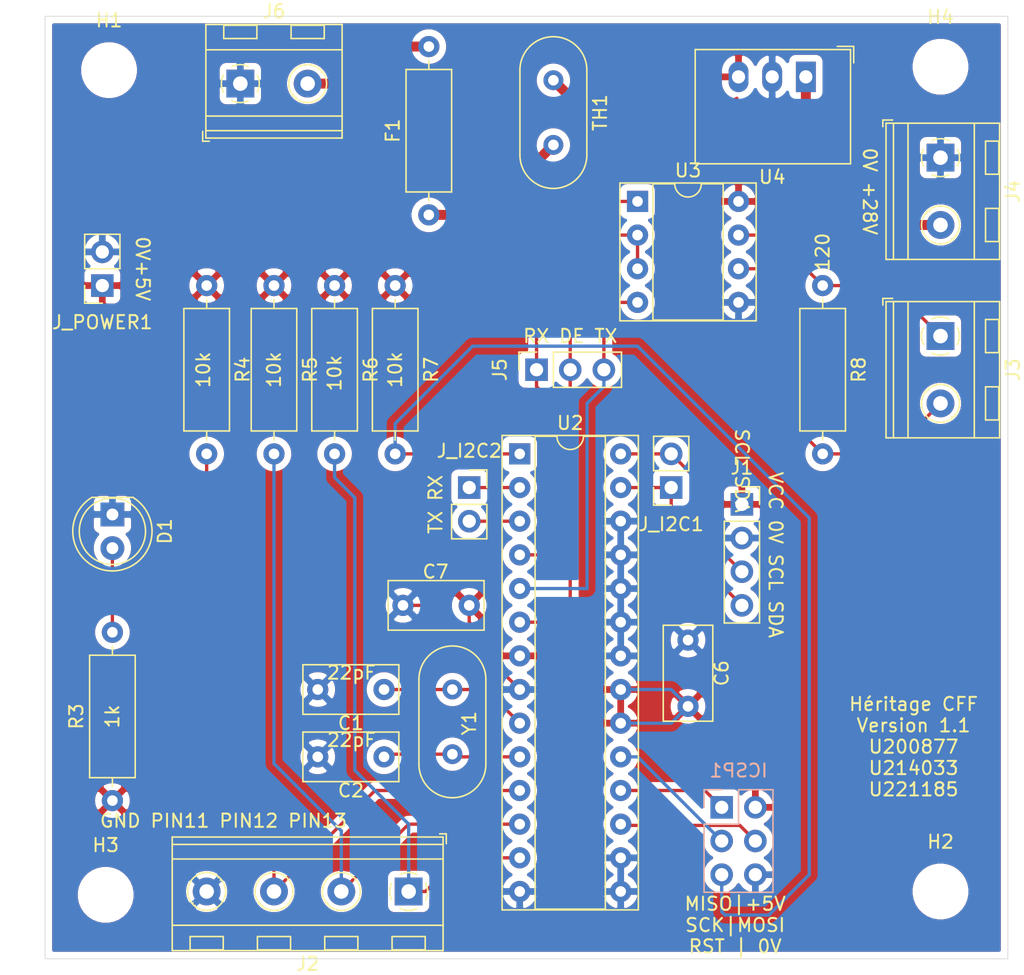
<source format=kicad_pcb>
(kicad_pcb (version 20171130) (host pcbnew "(5.1.6)-1")
  (layers (0 F.Cu signal) (31 B.Cu signal) (34 B.Paste user) (35 F.Paste user) (36 B.SilkS user) (37 F.SilkS user) (38 B.Mask user) (39 F.Mask user) (44 Edge.Cuts user))
  (net 0 "")
  (net 1 "Net-(C1-Pad2)")
  (net 2 GND)
  (net 3 "Net-(C2-Pad2)")
  (net 4 +28V)
  (net 5 +5V)
  (net 6 "Net-(D1-Pad2)")
  (net 7 /SCL)
  (net 8 /SDA)
  (net 9 "Net-(J3-Pad2)")
  (net 10 "Net-(J3-Pad1)")
  (net 11 /TXDE)
  (net 12 /RS485RX)
  (net 13 /RS485TX)
  (net 14 /PIN11)
  (net 15 /PIN12)
  (net 16 /PIN13)
  (net 17 "Net-(ICSP1-Pad5)")
  (net 18 /MOSI)
  (net 19 /SCK)
  (net 20 /MISO)
  (net 21 /TXD)
  (net 22 /RXD)
  (net 23 "Net-(F1-Pad1)")
  (net 24 /NTC)
  (module Quartz:Crystal_HC49-4H_Vertical (layer F.Cu) (at 100.33 108.966 270)
    (fp_text reference TH1 (at 2.44 -3.525 90) (layer F.SilkS))
    (fp_text value Thermistor_NTC)
    (fp_arc (start 5.64 0) (end 5.64 -2.525) (angle 180) (layer F.SilkS) (width 0.12))
    (fp_arc (start -0.76 0) (end -0.76 -2.525) (angle -180) (layer F.SilkS) (width 0.12))
    (fp_line (start -0.76 -2.525) (end 5.64 -2.525) (layer F.SilkS) (width 0.12))
    (fp_line (start -0.76 2.525) (end 5.64 2.525) (layer F.SilkS) (width 0.12))
    (pad 2 thru_hole circle (at 4.88 0 270) (size 1.5 1.5) (drill 0.8) (layers *.Cu *.Mask) (net 23 "Net-(F1-Pad1)"))
    (pad 1 thru_hole circle (at 0 0 270) (size 1.5 1.5) (drill 0.8) (layers *.Cu *.Mask) (net 24 /NTC))
  )
  (module Resistor:R_Axial_DIN0309_L9.0mm_D3.2mm_P12.70mm_Horizontal (layer F.Cu) (at 90.932 119.126 90)
    (fp_text reference F1 (at 6.35 -2.72 90) (layer F.SilkS))
    (fp_text value Fuse)
    (fp_line (start 1.73 -1.72) (end 1.73 1.72) (layer F.SilkS) (width 0.12))
    (fp_line (start 1.73 1.72) (end 10.97 1.72) (layer F.SilkS) (width 0.12))
    (fp_line (start 10.97 1.72) (end 10.97 -1.72) (layer F.SilkS) (width 0.12))
    (fp_line (start 10.97 -1.72) (end 1.73 -1.72) (layer F.SilkS) (width 0.12))
    (fp_line (start 1.04 0) (end 1.73 0) (layer F.SilkS) (width 0.12))
    (fp_line (start 11.66 0) (end 10.97 0) (layer F.SilkS) (width 0.12))
    (pad 2 thru_hole oval (at 12.7 0 90) (size 1.6 1.6) (drill 0.8) (layers *.Cu *.Mask) (net 4 +28V))
    (pad 1 thru_hole circle (at 0 0 90) (size 1.6 1.6) (drill 0.8) (layers *.Cu *.Mask) (net 23 "Net-(F1-Pad1)"))
  )
  (module ATMEGA:DIP-8_W7.62mm_Socket (layer F.Cu) (at 106.68 118.11)
    (fp_text reference U3 (at 3.81 -2.33) (layer F.SilkS))
    (fp_text value MAX485E)
    (fp_line (start 8.95 -1.39) (end -1.33 -1.39) (layer F.SilkS) (width 0.12))
    (fp_line (start 8.95 9.01) (end 8.95 -1.39) (layer F.SilkS) (width 0.12))
    (fp_line (start -1.33 9.01) (end 8.95 9.01) (layer F.SilkS) (width 0.12))
    (fp_line (start -1.33 -1.39) (end -1.33 9.01) (layer F.SilkS) (width 0.12))
    (fp_line (start 6.46 -1.33) (end 4.81 -1.33) (layer F.SilkS) (width 0.12))
    (fp_line (start 6.46 8.95) (end 6.46 -1.33) (layer F.SilkS) (width 0.12))
    (fp_line (start 1.16 8.95) (end 6.46 8.95) (layer F.SilkS) (width 0.12))
    (fp_line (start 1.16 -1.33) (end 1.16 8.95) (layer F.SilkS) (width 0.12))
    (fp_line (start 2.81 -1.33) (end 1.16 -1.33) (layer F.SilkS) (width 0.12))
    (fp_arc (start 3.81 -1.33) (end 2.81 -1.33) (angle -180) (layer F.SilkS) (width 0.12))
    (pad 8 thru_hole oval (at 7.62 0) (size 1.6 1.6) (drill 0.8) (layers *.Cu *.Mask) (net 5 +5V))
    (pad 4 thru_hole oval (at 0 7.62) (size 1.6 1.6) (drill 0.8) (layers *.Cu *.Mask) (net 13 /RS485TX))
    (pad 7 thru_hole oval (at 7.62 2.54) (size 1.6 1.6) (drill 0.8) (layers *.Cu *.Mask) (net 10 "Net-(J3-Pad1)"))
    (pad 3 thru_hole oval (at 0 5.08) (size 1.6 1.6) (drill 0.8) (layers *.Cu *.Mask) (net 11 /TXDE))
    (pad 6 thru_hole oval (at 7.62 5.08) (size 1.6 1.6) (drill 0.8) (layers *.Cu *.Mask) (net 9 "Net-(J3-Pad2)"))
    (pad 2 thru_hole oval (at 0 2.54) (size 1.6 1.6) (drill 0.8) (layers *.Cu *.Mask) (net 11 /TXDE))
    (pad 5 thru_hole oval (at 7.62 7.62) (size 1.6 1.6) (drill 0.8) (layers *.Cu *.Mask) (net 2 GND))
    (pad 1 thru_hole rect (at 0 0) (size 1.6 1.6) (drill 0.8) (layers *.Cu *.Mask) (net 12 /RS485RX))
  )
  (module TerminalBlock_RND:TerminalBlock_RND_205-00232_1x02_P5.08mm_Horizontal (layer F.Cu) (at 76.708 109.22)
    (fp_text reference J6 (at 2.54 -5.46) (layer F.SilkS))
    (fp_text value Screw_Terminal_01x02)
    (fp_circle (center 5.08 0) (end 6.51 0) (layer F.SilkS) (width 0.12))
    (fp_line (start -2.6 3.55) (end 7.68 3.55) (layer F.SilkS) (width 0.12))
    (fp_line (start -2.6 2.45) (end 7.68 2.45) (layer F.SilkS) (width 0.12))
    (fp_line (start -2.6 -2.55) (end 7.68 -2.55) (layer F.SilkS) (width 0.12))
    (fp_line (start -2.6 -4.46) (end 7.68 -4.46) (layer F.SilkS) (width 0.12))
    (fp_line (start -2.6 4.11) (end 7.68 4.11) (layer F.SilkS) (width 0.12))
    (fp_line (start -2.6 -4.46) (end -2.6 4.11) (layer F.SilkS) (width 0.12))
    (fp_line (start 7.68 -4.46) (end 7.68 4.11) (layer F.SilkS) (width 0.12))
    (fp_line (start -1.25 -4.4) (end 1.25 -4.4) (layer F.SilkS) (width 0.12))
    (fp_line (start -1.25 -3.4) (end 1.25 -3.4) (layer F.SilkS) (width 0.12))
    (fp_line (start -1.25 -4.4) (end -1.25 -3.4) (layer F.SilkS) (width 0.12))
    (fp_line (start 1.25 -4.4) (end 1.25 -3.4) (layer F.SilkS) (width 0.12))
    (fp_line (start 6.165 -0.91) (end 6.105 -0.851) (layer F.SilkS) (width 0.12))
    (fp_line (start 4.21 1.045) (end 4.17 1.085) (layer F.SilkS) (width 0.12))
    (fp_line (start 5.991 -1.085) (end 5.951 -1.045) (layer F.SilkS) (width 0.12))
    (fp_line (start 4.056 0.85) (end 3.996 0.91) (layer F.SilkS) (width 0.12))
    (fp_line (start 3.83 -4.4) (end 6.33 -4.4) (layer F.SilkS) (width 0.12))
    (fp_line (start 3.83 -3.4) (end 6.33 -3.4) (layer F.SilkS) (width 0.12))
    (fp_line (start 3.83 -4.4) (end 3.83 -3.4) (layer F.SilkS) (width 0.12))
    (fp_line (start 6.33 -4.4) (end 6.33 -3.4) (layer F.SilkS) (width 0.12))
    (fp_line (start -2.84 3.61) (end -2.84 4.35) (layer F.SilkS) (width 0.12))
    (fp_line (start -2.84 4.35) (end -2.34 4.35) (layer F.SilkS) (width 0.12))
    (fp_arc (start 0 0) (end -0.628 1.286) (angle -27) (layer F.SilkS) (width 0.12))
    (fp_arc (start 0 0) (end -1.286 -0.628) (angle -52) (layer F.SilkS) (width 0.12))
    (fp_arc (start 0 0) (end 0.627 -1.286) (angle -52) (layer F.SilkS) (width 0.12))
    (fp_arc (start 0 0) (end 1.286 0.627) (angle -52) (layer F.SilkS) (width 0.12))
    (fp_arc (start 0 0) (end 0 1.43) (angle -26) (layer F.SilkS) (width 0.12))
    (pad 2 thru_hole circle (at 5.08 0) (size 2.1 2.1) (drill 1.1) (layers *.Cu *.Mask) (net 4 +28V))
    (pad 1 thru_hole rect (at 0 0) (size 2.1 2.1) (drill 1.1) (layers *.Cu *.Mask) (net 2 GND))
  )
  (module Resistor:R_Axial_DIN0309_L9.0mm_D3.2mm_P12.70mm_Horizontal (layer F.Cu) (at 67.056 163.322 90)
    (fp_text reference R3 (at 6.35 -2.72 270) (layer F.SilkS))
    (fp_text value 1K)
    (fp_line (start 11.66 0) (end 10.97 0) (layer F.SilkS) (width 0.12))
    (fp_line (start 1.04 0) (end 1.73 0) (layer F.SilkS) (width 0.12))
    (fp_line (start 10.97 -1.72) (end 1.73 -1.72) (layer F.SilkS) (width 0.12))
    (fp_line (start 10.97 1.72) (end 10.97 -1.72) (layer F.SilkS) (width 0.12))
    (fp_line (start 1.73 1.72) (end 10.97 1.72) (layer F.SilkS) (width 0.12))
    (fp_line (start 1.73 -1.72) (end 1.73 1.72) (layer F.SilkS) (width 0.12))
    (pad 1 thru_hole circle (at 0 0 90) (size 1.6 1.6) (drill 0.8) (layers *.Cu *.Mask) (net 5 +5V))
    (pad 2 thru_hole oval (at 12.7 0 90) (size 1.6 1.6) (drill 0.8) (layers *.Cu *.Mask) (net 6 "Net-(D1-Pad2)"))
  )
  (module LED:LED_D5.0mm_Clear (layer F.Cu) (at 67.056 141.732 270)
    (fp_text reference D1 (at 1.27 -3.96 90) (layer F.SilkS))
    (fp_text value "Power LED")
    (fp_circle (center 1.27 0) (end 3.77 0) (layer F.SilkS) (width 0.12))
    (fp_line (start -1.29 -1.545) (end -1.29 1.545) (layer F.SilkS) (width 0.12))
    (fp_arc (start 1.27 0) (end -1.29 1.54483) (angle -148.9) (layer F.SilkS) (width 0.12))
    (fp_arc (start 1.27 0) (end -1.29 -1.54483) (angle 148.9) (layer F.SilkS) (width 0.12))
    (pad 2 thru_hole circle (at 2.54 0 270) (size 1.8 1.8) (drill 0.9) (layers *.Cu *.Mask) (net 6 "Net-(D1-Pad2)"))
    (pad 1 thru_hole rect (at 0 0 270) (size 1.8 1.8) (drill 0.9) (layers *.Cu *.Mask) (net 2 GND))
  )
  (module "Connector THT:PinSocket_1x04_P2.54mm_Vertical" (layer F.Cu) (at 114.554 140.97)
    (fp_text reference J1 (at 0 -2.77 180) (layer F.SilkS))
    (fp_text value Conn_01x04_Female)
    (fp_line (start 0 -1.33) (end 1.33 -1.33) (layer F.SilkS) (width 0.12))
    (fp_line (start 1.33 -1.33) (end 1.33 0) (layer F.SilkS) (width 0.12))
    (fp_line (start 1.33 1.27) (end 1.33 8.95) (layer F.SilkS) (width 0.12))
    (fp_line (start -1.33 8.95) (end 1.33 8.95) (layer F.SilkS) (width 0.12))
    (fp_line (start -1.33 1.27) (end -1.33 8.95) (layer F.SilkS) (width 0.12))
    (fp_line (start -1.33 1.27) (end 1.33 1.27) (layer F.SilkS) (width 0.12))
    (pad 4 thru_hole oval (at 0 7.62) (size 1.7 1.7) (drill 1) (layers *.Cu *.Mask) (net 8 /SDA))
    (pad 3 thru_hole oval (at 0 5.08) (size 1.7 1.7) (drill 1) (layers *.Cu *.Mask) (net 7 /SCL))
    (pad 2 thru_hole oval (at 0 2.54) (size 1.7 1.7) (drill 1) (layers *.Cu *.Mask) (net 2 GND))
    (pad 1 thru_hole rect (at 0 0) (size 1.7 1.7) (drill 1) (layers *.Cu *.Mask) (net 5 +5V))
  )
  (module Resistor:R_Axial_DIN0309_L9.0mm_D3.2mm_P12.70mm_Horizontal (layer F.Cu) (at 74.168 124.46 270)
    (fp_text reference R4 (at 6.35 -2.72 90) (layer F.SilkS))
    (fp_text value 10k)
    (fp_line (start 1.73 -1.72) (end 1.73 1.72) (layer F.SilkS) (width 0.12))
    (fp_line (start 1.73 1.72) (end 10.97 1.72) (layer F.SilkS) (width 0.12))
    (fp_line (start 10.97 1.72) (end 10.97 -1.72) (layer F.SilkS) (width 0.12))
    (fp_line (start 10.97 -1.72) (end 1.73 -1.72) (layer F.SilkS) (width 0.12))
    (fp_line (start 1.04 0) (end 1.73 0) (layer F.SilkS) (width 0.12))
    (fp_line (start 11.66 0) (end 10.97 0) (layer F.SilkS) (width 0.12))
    (pad 2 thru_hole oval (at 12.7 0 270) (size 1.6 1.6) (drill 0.8) (layers *.Cu *.Mask) (net 14 /PIN11))
    (pad 1 thru_hole circle (at 0 0 270) (size 1.6 1.6) (drill 0.8) (layers *.Cu *.Mask) (net 5 +5V))
  )
  (module Resistor:R_Axial_DIN0309_L9.0mm_D3.2mm_P12.70mm_Horizontal (layer F.Cu) (at 83.82 124.46 270)
    (fp_text reference R6 (at 6.35 -2.72 90) (layer F.SilkS))
    (fp_text value 10k)
    (fp_line (start 1.73 -1.72) (end 1.73 1.72) (layer F.SilkS) (width 0.12))
    (fp_line (start 1.73 1.72) (end 10.97 1.72) (layer F.SilkS) (width 0.12))
    (fp_line (start 10.97 1.72) (end 10.97 -1.72) (layer F.SilkS) (width 0.12))
    (fp_line (start 10.97 -1.72) (end 1.73 -1.72) (layer F.SilkS) (width 0.12))
    (fp_line (start 1.04 0) (end 1.73 0) (layer F.SilkS) (width 0.12))
    (fp_line (start 11.66 0) (end 10.97 0) (layer F.SilkS) (width 0.12))
    (pad 2 thru_hole oval (at 12.7 0 270) (size 1.6 1.6) (drill 0.8) (layers *.Cu *.Mask) (net 16 /PIN13))
    (pad 1 thru_hole circle (at 0 0 270) (size 1.6 1.6) (drill 0.8) (layers *.Cu *.Mask) (net 5 +5V))
  )
  (module Resistor:R_Axial_DIN0309_L9.0mm_D3.2mm_P12.70mm_Horizontal (layer F.Cu) (at 79.248 124.46 270)
    (fp_text reference R5 (at 6.35 -2.72 90) (layer F.SilkS))
    (fp_text value 10k)
    (fp_line (start 11.66 0) (end 10.97 0) (layer F.SilkS) (width 0.12))
    (fp_line (start 1.04 0) (end 1.73 0) (layer F.SilkS) (width 0.12))
    (fp_line (start 10.97 -1.72) (end 1.73 -1.72) (layer F.SilkS) (width 0.12))
    (fp_line (start 10.97 1.72) (end 10.97 -1.72) (layer F.SilkS) (width 0.12))
    (fp_line (start 1.73 1.72) (end 10.97 1.72) (layer F.SilkS) (width 0.12))
    (fp_line (start 1.73 -1.72) (end 1.73 1.72) (layer F.SilkS) (width 0.12))
    (pad 1 thru_hole circle (at 0 0 270) (size 1.6 1.6) (drill 0.8) (layers *.Cu *.Mask) (net 5 +5V))
    (pad 2 thru_hole oval (at 12.7 0 270) (size 1.6 1.6) (drill 0.8) (layers *.Cu *.Mask) (net 15 /PIN12))
  )
  (module TerminalBlock_RND:TerminalBlock_RND_205-00234_1x04_P5.08mm_Horizontal (layer F.Cu) (at 89.408 170.18 180)
    (fp_text reference J2 (at 7.62 -5.46) (layer F.SilkS))
    (fp_text value Screw_Terminal_01x04)
    (fp_line (start -2.84 4.35) (end -2.34 4.35) (layer F.SilkS) (width 0.12))
    (fp_line (start -2.84 3.61) (end -2.84 4.35) (layer F.SilkS) (width 0.12))
    (fp_line (start 16.49 -4.4) (end 16.49 -3.4) (layer F.SilkS) (width 0.12))
    (fp_line (start 13.99 -4.4) (end 13.99 -3.4) (layer F.SilkS) (width 0.12))
    (fp_line (start 13.99 -3.4) (end 16.49 -3.4) (layer F.SilkS) (width 0.12))
    (fp_line (start 13.99 -4.4) (end 16.49 -4.4) (layer F.SilkS) (width 0.12))
    (fp_line (start 14.216 0.85) (end 14.156 0.91) (layer F.SilkS) (width 0.12))
    (fp_line (start 16.151 -1.085) (end 16.111 -1.045) (layer F.SilkS) (width 0.12))
    (fp_line (start 14.37 1.045) (end 14.33 1.085) (layer F.SilkS) (width 0.12))
    (fp_line (start 16.325 -0.91) (end 16.265 -0.851) (layer F.SilkS) (width 0.12))
    (fp_line (start 11.41 -4.4) (end 11.41 -3.4) (layer F.SilkS) (width 0.12))
    (fp_line (start 8.91 -4.4) (end 8.91 -3.4) (layer F.SilkS) (width 0.12))
    (fp_line (start 8.91 -3.4) (end 11.41 -3.4) (layer F.SilkS) (width 0.12))
    (fp_line (start 8.91 -4.4) (end 11.41 -4.4) (layer F.SilkS) (width 0.12))
    (fp_line (start 9.136 0.85) (end 9.076 0.91) (layer F.SilkS) (width 0.12))
    (fp_line (start 11.071 -1.085) (end 11.031 -1.045) (layer F.SilkS) (width 0.12))
    (fp_line (start 9.29 1.045) (end 9.25 1.085) (layer F.SilkS) (width 0.12))
    (fp_line (start 11.245 -0.91) (end 11.185 -0.851) (layer F.SilkS) (width 0.12))
    (fp_line (start 6.33 -4.4) (end 6.33 -3.4) (layer F.SilkS) (width 0.12))
    (fp_line (start 3.83 -4.4) (end 3.83 -3.4) (layer F.SilkS) (width 0.12))
    (fp_line (start 3.83 -3.4) (end 6.33 -3.4) (layer F.SilkS) (width 0.12))
    (fp_line (start 3.83 -4.4) (end 6.33 -4.4) (layer F.SilkS) (width 0.12))
    (fp_line (start 4.056 0.85) (end 3.996 0.91) (layer F.SilkS) (width 0.12))
    (fp_line (start 5.991 -1.085) (end 5.951 -1.045) (layer F.SilkS) (width 0.12))
    (fp_line (start 4.21 1.045) (end 4.17 1.085) (layer F.SilkS) (width 0.12))
    (fp_line (start 6.165 -0.91) (end 6.105 -0.851) (layer F.SilkS) (width 0.12))
    (fp_line (start 1.25 -4.4) (end 1.25 -3.4) (layer F.SilkS) (width 0.12))
    (fp_line (start -1.25 -4.4) (end -1.25 -3.4) (layer F.SilkS) (width 0.12))
    (fp_line (start -1.25 -3.4) (end 1.25 -3.4) (layer F.SilkS) (width 0.12))
    (fp_line (start -1.25 -4.4) (end 1.25 -4.4) (layer F.SilkS) (width 0.12))
    (fp_line (start 17.84 -4.46) (end 17.84 4.11) (layer F.SilkS) (width 0.12))
    (fp_line (start -2.6 -4.46) (end -2.6 4.11) (layer F.SilkS) (width 0.12))
    (fp_line (start -2.6 4.11) (end 17.84 4.11) (layer F.SilkS) (width 0.12))
    (fp_line (start -2.6 -4.46) (end 17.84 -4.46) (layer F.SilkS) (width 0.12))
    (fp_line (start -2.6 -2.55) (end 17.84 -2.55) (layer F.SilkS) (width 0.12))
    (fp_line (start -2.6 2.45) (end 17.84 2.45) (layer F.SilkS) (width 0.12))
    (fp_line (start -2.6 3.55) (end 17.84 3.55) (layer F.SilkS) (width 0.12))
    (fp_circle (center 15.24 0) (end 16.67 0) (layer F.SilkS) (width 0.12))
    (fp_circle (center 10.16 0) (end 11.59 0) (layer F.SilkS) (width 0.12))
    (fp_circle (center 5.08 0) (end 6.51 0) (layer F.SilkS) (width 0.12))
    (fp_arc (start 0 0) (end -0.628 1.286) (angle -27) (layer F.SilkS) (width 0.12))
    (fp_arc (start 0 0) (end -1.286 -0.628) (angle -52) (layer F.SilkS) (width 0.12))
    (fp_arc (start 0 0) (end 0.627 -1.286) (angle -52) (layer F.SilkS) (width 0.12))
    (fp_arc (start 0 0) (end 1.286 0.627) (angle -52) (layer F.SilkS) (width 0.12))
    (fp_arc (start 0 0) (end 0 1.43) (angle -26) (layer F.SilkS) (width 0.12))
    (pad 4 thru_hole circle (at 15.24 0 180) (size 2.1 2.1) (drill 1.1) (layers *.Cu *.Mask) (net 2 GND))
    (pad 3 thru_hole circle (at 10.16 0 180) (size 2.1 2.1) (drill 1.1) (layers *.Cu *.Mask) (net 14 /PIN11))
    (pad 2 thru_hole circle (at 5.08 0 180) (size 2.1 2.1) (drill 1.1) (layers *.Cu *.Mask) (net 15 /PIN12))
    (pad 1 thru_hole rect (at 0 0 180) (size 2.1 2.1) (drill 1.1) (layers *.Cu *.Mask) (net 16 /PIN13))
  )
  (module Resistor:R_Axial_DIN0309_L9.0mm_D3.2mm_P12.70mm_Horizontal (layer F.Cu) (at 88.392 124.46 270)
    (fp_text reference R7 (at 6.35 -2.72 90) (layer F.SilkS))
    (fp_text value 10k)
    (fp_line (start 11.66 0) (end 10.97 0) (layer F.SilkS) (width 0.12))
    (fp_line (start 1.04 0) (end 1.73 0) (layer F.SilkS) (width 0.12))
    (fp_line (start 10.97 -1.72) (end 1.73 -1.72) (layer F.SilkS) (width 0.12))
    (fp_line (start 10.97 1.72) (end 10.97 -1.72) (layer F.SilkS) (width 0.12))
    (fp_line (start 1.73 1.72) (end 10.97 1.72) (layer F.SilkS) (width 0.12))
    (fp_line (start 1.73 -1.72) (end 1.73 1.72) (layer F.SilkS) (width 0.12))
    (pad 1 thru_hole circle (at 0 0 270) (size 1.6 1.6) (drill 0.8) (layers *.Cu *.Mask) (net 5 +5V))
    (pad 2 thru_hole oval (at 12.7 0 270) (size 1.6 1.6) (drill 0.8) (layers *.Cu *.Mask) (net 17 "Net-(ICSP1-Pad5)"))
  )
  (module Package_DIP:DIP-28_W7.62mm_Socket (layer F.Cu) (at 97.79 137.16)
    (fp_text reference U2 (at 3.81 -2.33) (layer F.SilkS))
    (fp_text value ATmega328P-PU)
    (fp_line (start 2.81 -1.33) (end 1.16 -1.33) (layer F.SilkS) (width 0.12))
    (fp_line (start 1.16 -1.33) (end 1.16 34.35) (layer F.SilkS) (width 0.12))
    (fp_line (start 1.16 34.35) (end 6.46 34.35) (layer F.SilkS) (width 0.12))
    (fp_line (start 6.46 34.35) (end 6.46 -1.33) (layer F.SilkS) (width 0.12))
    (fp_line (start 6.46 -1.33) (end 4.81 -1.33) (layer F.SilkS) (width 0.12))
    (fp_line (start -1.33 -1.39) (end -1.33 34.41) (layer F.SilkS) (width 0.12))
    (fp_line (start -1.33 34.41) (end 8.95 34.41) (layer F.SilkS) (width 0.12))
    (fp_line (start 8.95 34.41) (end 8.95 -1.39) (layer F.SilkS) (width 0.12))
    (fp_line (start 8.95 -1.39) (end -1.33 -1.39) (layer F.SilkS) (width 0.12))
    (fp_arc (start 3.81 -1.33) (end 2.81 -1.33) (angle -180) (layer F.SilkS) (width 0.12))
    (pad 1 thru_hole rect (at 0 0) (size 1.6 1.6) (drill 0.8) (layers *.Cu *.Mask) (net 17 "Net-(ICSP1-Pad5)"))
    (pad 15 thru_hole oval (at 7.62 33.02) (size 1.6 1.6) (drill 0.8) (layers *.Cu *.Mask) (net 2 GND))
    (pad 2 thru_hole oval (at 0 2.54) (size 1.6 1.6) (drill 0.8) (layers *.Cu *.Mask) (net 22 /RXD))
    (pad 16 thru_hole oval (at 7.62 30.48) (size 1.6 1.6) (drill 0.8) (layers *.Cu *.Mask) (net 2 GND))
    (pad 3 thru_hole oval (at 0 5.08) (size 1.6 1.6) (drill 0.8) (layers *.Cu *.Mask) (net 21 /TXD))
    (pad 17 thru_hole oval (at 7.62 27.94) (size 1.6 1.6) (drill 0.8) (layers *.Cu *.Mask) (net 18 /MOSI))
    (pad 4 thru_hole oval (at 0 7.62) (size 1.6 1.6) (drill 0.8) (layers *.Cu *.Mask) (net 12 /RS485RX))
    (pad 18 thru_hole oval (at 7.62 25.4) (size 1.6 1.6) (drill 0.8) (layers *.Cu *.Mask) (net 20 /MISO))
    (pad 5 thru_hole oval (at 0 10.16) (size 1.6 1.6) (drill 0.8) (layers *.Cu *.Mask) (net 13 /RS485TX))
    (pad 19 thru_hole oval (at 7.62 22.86) (size 1.6 1.6) (drill 0.8) (layers *.Cu *.Mask) (net 19 /SCK))
    (pad 6 thru_hole oval (at 0 12.7) (size 1.6 1.6) (drill 0.8) (layers *.Cu *.Mask) (net 11 /TXDE))
    (pad 20 thru_hole oval (at 7.62 20.32) (size 1.6 1.6) (drill 0.8) (layers *.Cu *.Mask) (net 5 +5V))
    (pad 7 thru_hole oval (at 0 15.24) (size 1.6 1.6) (drill 0.8) (layers *.Cu *.Mask) (net 5 +5V))
    (pad 21 thru_hole oval (at 7.62 17.78) (size 1.6 1.6) (drill 0.8) (layers *.Cu *.Mask) (net 5 +5V))
    (pad 8 thru_hole oval (at 0 17.78) (size 1.6 1.6) (drill 0.8) (layers *.Cu *.Mask) (net 2 GND))
    (pad 22 thru_hole oval (at 7.62 15.24) (size 1.6 1.6) (drill 0.8) (layers *.Cu *.Mask) (net 2 GND))
    (pad 9 thru_hole oval (at 0 20.32) (size 1.6 1.6) (drill 0.8) (layers *.Cu *.Mask) (net 1 "Net-(C1-Pad2)"))
    (pad 23 thru_hole oval (at 7.62 12.7) (size 1.6 1.6) (drill 0.8) (layers *.Cu *.Mask) (net 2 GND))
    (pad 10 thru_hole oval (at 0 22.86) (size 1.6 1.6) (drill 0.8) (layers *.Cu *.Mask) (net 3 "Net-(C2-Pad2)"))
    (pad 24 thru_hole oval (at 7.62 10.16) (size 1.6 1.6) (drill 0.8) (layers *.Cu *.Mask) (net 2 GND))
    (pad 11 thru_hole oval (at 0 25.4) (size 1.6 1.6) (drill 0.8) (layers *.Cu *.Mask) (net 14 /PIN11))
    (pad 25 thru_hole oval (at 7.62 7.62) (size 1.6 1.6) (drill 0.8) (layers *.Cu *.Mask) (net 2 GND))
    (pad 12 thru_hole oval (at 0 27.94) (size 1.6 1.6) (drill 0.8) (layers *.Cu *.Mask) (net 15 /PIN12))
    (pad 26 thru_hole oval (at 7.62 5.08) (size 1.6 1.6) (drill 0.8) (layers *.Cu *.Mask) (net 2 GND))
    (pad 13 thru_hole oval (at 0 30.48) (size 1.6 1.6) (drill 0.8) (layers *.Cu *.Mask) (net 16 /PIN13))
    (pad 27 thru_hole oval (at 7.62 2.54) (size 1.6 1.6) (drill 0.8) (layers *.Cu *.Mask) (net 8 /SDA))
    (pad 14 thru_hole oval (at 0 33.02) (size 1.6 1.6) (drill 0.8) (layers *.Cu *.Mask) (net 2 GND))
    (pad 28 thru_hole oval (at 7.62 0) (size 1.6 1.6) (drill 0.8) (layers *.Cu *.Mask) (net 7 /SCL))
  )
  (module "Connector THT:PinSocket_1x02_P2.54mm_Vertical" (layer F.Cu) (at 93.98 139.7)
    (fp_text reference J_I2C2 (at 0 -2.77) (layer F.SilkS))
    (fp_text value Conn_01x02_Female)
    (fp_line (start -1.33 1.27) (end 1.33 1.27) (layer F.SilkS) (width 0.12))
    (fp_line (start -1.33 1.27) (end -1.33 3.87) (layer F.SilkS) (width 0.12))
    (fp_line (start -1.33 3.87) (end 1.33 3.87) (layer F.SilkS) (width 0.12))
    (fp_line (start 1.33 1.27) (end 1.33 3.87) (layer F.SilkS) (width 0.12))
    (fp_line (start 1.33 -1.33) (end 1.33 0) (layer F.SilkS) (width 0.12))
    (fp_line (start 0 -1.33) (end 1.33 -1.33) (layer F.SilkS) (width 0.12))
    (pad 2 thru_hole oval (at 0 2.54) (size 1.7 1.7) (drill 1) (layers *.Cu *.Mask) (net 21 /TXD))
    (pad 1 thru_hole rect (at 0 0) (size 1.7 1.7) (drill 1) (layers *.Cu *.Mask) (net 22 /RXD))
  )
  (module Connector_PinSocket_2.54mm:PinSocket_2x03_P2.54mm_Vertical (layer B.Cu) (at 113.03 163.83 180)
    (fp_text reference ICSP1 (at -1.27 2.77 180) (layer B.SilkS) (effects (justify mirror)))
    (fp_text value Conn_02x03_Odd_Even)
    (fp_line (start -3.87 1.33) (end -1.27 1.33) (layer B.SilkS) (width 0.12))
    (fp_line (start -3.87 1.33) (end -3.87 -6.41) (layer B.SilkS) (width 0.12))
    (fp_line (start -3.87 -6.41) (end 1.33 -6.41) (layer B.SilkS) (width 0.12))
    (fp_line (start 1.33 -1.27) (end 1.33 -6.41) (layer B.SilkS) (width 0.12))
    (fp_line (start -1.27 -1.27) (end 1.33 -1.27) (layer B.SilkS) (width 0.12))
    (fp_line (start -1.27 1.33) (end -1.27 -1.27) (layer B.SilkS) (width 0.12))
    (fp_line (start 1.33 1.33) (end 1.33 0) (layer B.SilkS) (width 0.12))
    (fp_line (start 0 1.33) (end 1.33 1.33) (layer B.SilkS) (width 0.12))
    (pad 6 thru_hole oval (at -2.54 -5.08 180) (size 1.7 1.7) (drill 1) (layers *.Cu *.Mask) (net 2 GND))
    (pad 5 thru_hole oval (at 0 -5.08 180) (size 1.7 1.7) (drill 1) (layers *.Cu *.Mask) (net 17 "Net-(ICSP1-Pad5)"))
    (pad 4 thru_hole oval (at -2.54 -2.54 180) (size 1.7 1.7) (drill 1) (layers *.Cu *.Mask) (net 18 /MOSI))
    (pad 3 thru_hole oval (at 0 -2.54 180) (size 1.7 1.7) (drill 1) (layers *.Cu *.Mask) (net 19 /SCK))
    (pad 2 thru_hole oval (at -2.54 0 180) (size 1.7 1.7) (drill 1) (layers *.Cu *.Mask) (net 5 +5V))
    (pad 1 thru_hole rect (at 0 0 180) (size 1.7 1.7) (drill 1) (layers *.Cu *.Mask) (net 20 /MISO))
  )
  (module "Connector THT:PinSocket_1x03_P2.54mm_Vertical" (layer F.Cu) (at 99.06 130.81 90)
    (fp_text reference J5 (at 0 -2.77 90) (layer F.SilkS))
    (fp_text value Conn_01x03_Female)
    (fp_line (start -1.33 1.27) (end 1.33 1.27) (layer F.SilkS) (width 0.12))
    (fp_line (start -1.33 1.27) (end -1.33 6.41) (layer F.SilkS) (width 0.12))
    (fp_line (start -1.33 6.41) (end 1.33 6.41) (layer F.SilkS) (width 0.12))
    (fp_line (start 1.33 1.27) (end 1.33 6.41) (layer F.SilkS) (width 0.12))
    (fp_line (start 1.33 -1.33) (end 1.33 0) (layer F.SilkS) (width 0.12))
    (fp_line (start 0 -1.33) (end 1.33 -1.33) (layer F.SilkS) (width 0.12))
    (pad 1 thru_hole rect (at 0 0 90) (size 1.7 1.7) (drill 1) (layers *.Cu *.Mask) (net 12 /RS485RX))
    (pad 2 thru_hole oval (at 0 2.54 90) (size 1.7 1.7) (drill 1) (layers *.Cu *.Mask) (net 11 /TXDE))
    (pad 3 thru_hole oval (at 0 5.08 90) (size 1.7 1.7) (drill 1) (layers *.Cu *.Mask) (net 13 /RS485TX))
  )
  (module Resistor:R_Axial_DIN0309_L9.0mm_D3.2mm_P12.70mm_Horizontal (layer F.Cu) (at 120.65 124.46 270)
    (fp_text reference R8 (at 6.35 -2.72 90) (layer F.SilkS))
    (fp_text value 120)
    (fp_line (start 1.73 -1.72) (end 1.73 1.72) (layer F.SilkS) (width 0.12))
    (fp_line (start 1.73 1.72) (end 10.97 1.72) (layer F.SilkS) (width 0.12))
    (fp_line (start 10.97 1.72) (end 10.97 -1.72) (layer F.SilkS) (width 0.12))
    (fp_line (start 10.97 -1.72) (end 1.73 -1.72) (layer F.SilkS) (width 0.12))
    (fp_line (start 1.04 0) (end 1.73 0) (layer F.SilkS) (width 0.12))
    (fp_line (start 11.66 0) (end 10.97 0) (layer F.SilkS) (width 0.12))
    (pad 2 thru_hole oval (at 12.7 0 270) (size 1.6 1.6) (drill 0.8) (layers *.Cu *.Mask) (net 9 "Net-(J3-Pad2)"))
    (pad 1 thru_hole circle (at 0 0 270) (size 1.6 1.6) (drill 0.8) (layers *.Cu *.Mask) (net 10 "Net-(J3-Pad1)"))
  )
  (module TerminalBlock_RND:TerminalBlock_RND_205-00232_1x02_P5.08mm_Horizontal (layer F.Cu) (at 129.54 128.27 270)
    (fp_text reference J3 (at 2.54 -5.46 90) (layer F.SilkS))
    (fp_text value Screw_Terminal_01x02)
    (fp_circle (center 5.08 0) (end 6.51 0) (layer F.SilkS) (width 0.12))
    (fp_line (start -2.6 3.55) (end 7.68 3.55) (layer F.SilkS) (width 0.12))
    (fp_line (start -2.6 2.45) (end 7.68 2.45) (layer F.SilkS) (width 0.12))
    (fp_line (start -2.6 -2.55) (end 7.68 -2.55) (layer F.SilkS) (width 0.12))
    (fp_line (start -2.6 -4.46) (end 7.68 -4.46) (layer F.SilkS) (width 0.12))
    (fp_line (start -2.6 4.11) (end 7.68 4.11) (layer F.SilkS) (width 0.12))
    (fp_line (start -2.6 -4.46) (end -2.6 4.11) (layer F.SilkS) (width 0.12))
    (fp_line (start 7.68 -4.46) (end 7.68 4.11) (layer F.SilkS) (width 0.12))
    (fp_line (start -1.25 -4.4) (end 1.25 -4.4) (layer F.SilkS) (width 0.12))
    (fp_line (start -1.25 -3.4) (end 1.25 -3.4) (layer F.SilkS) (width 0.12))
    (fp_line (start -1.25 -4.4) (end -1.25 -3.4) (layer F.SilkS) (width 0.12))
    (fp_line (start 1.25 -4.4) (end 1.25 -3.4) (layer F.SilkS) (width 0.12))
    (fp_line (start 6.165 -0.91) (end 6.105 -0.851) (layer F.SilkS) (width 0.12))
    (fp_line (start 4.21 1.045) (end 4.17 1.085) (layer F.SilkS) (width 0.12))
    (fp_line (start 5.991 -1.085) (end 5.951 -1.045) (layer F.SilkS) (width 0.12))
    (fp_line (start 4.056 0.85) (end 3.996 0.91) (layer F.SilkS) (width 0.12))
    (fp_line (start 3.83 -4.4) (end 6.33 -4.4) (layer F.SilkS) (width 0.12))
    (fp_line (start 3.83 -3.4) (end 6.33 -3.4) (layer F.SilkS) (width 0.12))
    (fp_line (start 3.83 -4.4) (end 3.83 -3.4) (layer F.SilkS) (width 0.12))
    (fp_line (start 6.33 -4.4) (end 6.33 -3.4) (layer F.SilkS) (width 0.12))
    (fp_line (start -2.84 3.61) (end -2.84 4.35) (layer F.SilkS) (width 0.12))
    (fp_line (start -2.84 4.35) (end -2.34 4.35) (layer F.SilkS) (width 0.12))
    (fp_arc (start 0 0) (end -0.628 1.286) (angle -27) (layer F.SilkS) (width 0.12))
    (fp_arc (start 0 0) (end -1.286 -0.628) (angle -52) (layer F.SilkS) (width 0.12))
    (fp_arc (start 0 0) (end 0.627 -1.286) (angle -52) (layer F.SilkS) (width 0.12))
    (fp_arc (start 0 0) (end 1.286 0.627) (angle -52) (layer F.SilkS) (width 0.12))
    (fp_arc (start 0 0) (end 0 1.43) (angle -26) (layer F.SilkS) (width 0.12))
    (pad 2 thru_hole circle (at 5.08 0 270) (size 2.1 2.1) (drill 1.1) (layers *.Cu *.Mask) (net 9 "Net-(J3-Pad2)"))
    (pad 1 thru_hole rect (at 0 0 270) (size 2.1 2.1) (drill 1.1) (layers *.Cu *.Mask) (net 10 "Net-(J3-Pad1)"))
  )
  (module "Connector THT:PinSocket_1x02_P2.54mm_Vertical" (layer F.Cu) (at 66.294 124.46 180)
    (fp_text reference J_POWER1 (at 0 -2.77 180) (layer F.SilkS))
    (fp_text value Conn_01x02_Female)
    (fp_line (start 0 -1.33) (end 1.33 -1.33) (layer F.SilkS) (width 0.12))
    (fp_line (start 1.33 -1.33) (end 1.33 0) (layer F.SilkS) (width 0.12))
    (fp_line (start 1.33 1.27) (end 1.33 3.87) (layer F.SilkS) (width 0.12))
    (fp_line (start -1.33 3.87) (end 1.33 3.87) (layer F.SilkS) (width 0.12))
    (fp_line (start -1.33 1.27) (end -1.33 3.87) (layer F.SilkS) (width 0.12))
    (fp_line (start -1.33 1.27) (end 1.33 1.27) (layer F.SilkS) (width 0.12))
    (pad 2 thru_hole oval (at 0 2.54 180) (size 1.7 1.7) (drill 1) (layers *.Cu *.Mask) (net 2 GND))
    (pad 1 thru_hole rect (at 0 0 180) (size 1.7 1.7) (drill 1) (layers *.Cu *.Mask) (net 5 +5V))
  )
  (module "Connector THT:PinSocket_1x02_P2.54mm_Vertical" (layer F.Cu) (at 109.22 139.7 180)
    (fp_text reference J_I2C1 (at 0 -2.77 180) (layer F.SilkS))
    (fp_text value Conn_01x02_Female)
    (fp_line (start 0 -1.33) (end 1.33 -1.33) (layer F.SilkS) (width 0.12))
    (fp_line (start 1.33 -1.33) (end 1.33 0) (layer F.SilkS) (width 0.12))
    (fp_line (start 1.33 1.27) (end 1.33 3.87) (layer F.SilkS) (width 0.12))
    (fp_line (start -1.33 3.87) (end 1.33 3.87) (layer F.SilkS) (width 0.12))
    (fp_line (start -1.33 1.27) (end -1.33 3.87) (layer F.SilkS) (width 0.12))
    (fp_line (start -1.33 1.27) (end 1.33 1.27) (layer F.SilkS) (width 0.12))
    (pad 2 thru_hole oval (at 0 2.54 180) (size 1.7 1.7) (drill 1) (layers *.Cu *.Mask) (net 7 /SCL))
    (pad 1 thru_hole rect (at 0 0 180) (size 1.7 1.7) (drill 1) (layers *.Cu *.Mask) (net 8 /SDA))
  )
  (module Quartz:Crystal_HC49-4H_Vertical (layer F.Cu) (at 92.71 154.94 270)
    (fp_text reference Y1 (at 2.54 -1.27 90) (layer F.SilkS))
    (fp_text value 16Mhz)
    (fp_line (start -0.76 2.525) (end 5.64 2.525) (layer F.SilkS) (width 0.12))
    (fp_line (start -0.76 -2.525) (end 5.64 -2.525) (layer F.SilkS) (width 0.12))
    (fp_arc (start 5.64 0) (end 5.64 -2.525) (angle 180) (layer F.SilkS) (width 0.12))
    (fp_arc (start -0.76 0) (end -0.76 -2.525) (angle -180) (layer F.SilkS) (width 0.12))
    (pad 2 thru_hole circle (at 4.88 0 270) (size 1.5 1.5) (drill 0.8) (layers *.Cu *.Mask) (net 3 "Net-(C2-Pad2)"))
    (pad 1 thru_hole circle (at 0 0 270) (size 1.5 1.5) (drill 0.8) (layers *.Cu *.Mask) (net 1 "Net-(C1-Pad2)"))
  )
  (module "Capacitor THT:C_Rect_L7.0mm_W3.5mm_P5.00mm" (layer F.Cu) (at 82.55 154.94)
    (fp_text reference C1 (at 2.5 2.54) (layer F.SilkS))
    (fp_text value 22pf)
    (fp_line (start 6.12 -1.87) (end 6.12 1.87) (layer F.SilkS) (width 0.12))
    (fp_line (start -1.12 -1.87) (end -1.12 1.87) (layer F.SilkS) (width 0.12))
    (fp_line (start -1.12 1.87) (end 6.12 1.87) (layer F.SilkS) (width 0.12))
    (fp_line (start -1.12 -1.87) (end 6.12 -1.87) (layer F.SilkS) (width 0.12))
    (pad 2 thru_hole circle (at 5 0) (size 1.6 1.6) (drill 0.8) (layers *.Cu *.Mask) (net 1 "Net-(C1-Pad2)"))
    (pad 1 thru_hole circle (at 0 0) (size 1.6 1.6) (drill 0.8) (layers *.Cu *.Mask) (net 2 GND))
  )
  (module "Capacitor THT:C_Rect_L7.0mm_W3.5mm_P5.00mm" (layer F.Cu) (at 82.55 160.02)
    (fp_text reference C2 (at 2.5 2.54) (layer F.SilkS))
    (fp_text value 22pf)
    (fp_line (start -1.12 -1.87) (end 6.12 -1.87) (layer F.SilkS) (width 0.12))
    (fp_line (start -1.12 1.87) (end 6.12 1.87) (layer F.SilkS) (width 0.12))
    (fp_line (start -1.12 -1.87) (end -1.12 1.87) (layer F.SilkS) (width 0.12))
    (fp_line (start 6.12 -1.87) (end 6.12 1.87) (layer F.SilkS) (width 0.12))
    (pad 1 thru_hole circle (at 0 0) (size 1.6 1.6) (drill 0.8) (layers *.Cu *.Mask) (net 2 GND))
    (pad 2 thru_hole circle (at 5 0) (size 1.6 1.6) (drill 0.8) (layers *.Cu *.Mask) (net 3 "Net-(C2-Pad2)"))
  )
  (module Capacitor_THT:C_Rect_L7.0mm_W3.5mm_P5.00mm (layer F.Cu) (at 110.49 156.21 90)
    (fp_text reference C6 (at 2.5 2.54 90) (layer F.SilkS))
    (fp_text value 100nF)
    (fp_line (start -1.12 -1.87) (end 6.12 -1.87) (layer F.SilkS) (width 0.12))
    (fp_line (start -1.12 1.87) (end 6.12 1.87) (layer F.SilkS) (width 0.12))
    (fp_line (start -1.12 -1.87) (end -1.12 1.87) (layer F.SilkS) (width 0.12))
    (fp_line (start 6.12 -1.87) (end 6.12 1.87) (layer F.SilkS) (width 0.12))
    (pad 1 thru_hole circle (at 0 0 90) (size 1.6 1.6) (drill 0.8) (layers *.Cu *.Mask) (net 5 +5V))
    (pad 2 thru_hole circle (at 5 0 90) (size 1.6 1.6) (drill 0.8) (layers *.Cu *.Mask) (net 2 GND))
  )
  (module Capacitor_THT:C_Rect_L7.0mm_W3.5mm_P5.00mm (layer F.Cu) (at 93.98 148.59 180)
    (fp_text reference C7 (at 2.54 2.54) (layer F.SilkS))
    (fp_text value 100nF)
    (fp_line (start 6.12 -1.87) (end 6.12 1.87) (layer F.SilkS) (width 0.12))
    (fp_line (start -1.12 -1.87) (end -1.12 1.87) (layer F.SilkS) (width 0.12))
    (fp_line (start -1.12 1.87) (end 6.12 1.87) (layer F.SilkS) (width 0.12))
    (fp_line (start -1.12 -1.87) (end 6.12 -1.87) (layer F.SilkS) (width 0.12))
    (pad 2 thru_hole circle (at 5 0 180) (size 1.6 1.6) (drill 0.8) (layers *.Cu *.Mask) (net 2 GND))
    (pad 1 thru_hole circle (at 0 0 180) (size 1.6 1.6) (drill 0.8) (layers *.Cu *.Mask) (net 5 +5V))
  )
  (module MountingHole:MountingHole_3.2mm_M3_ISO14580 (layer F.Cu) (at 66.802 108.204)
    (fp_text reference H1 (at 0 -3.75) (layer F.SilkS))
    (fp_text value MountingHole)
    (pad 1 np_thru_hole circle (at 0 0) (size 3.2 3.2) (drill 3.2) (layers *.Cu *.Mask))
  )
  (module MountingHole:MountingHole_3.2mm_M3_ISO14580 (layer F.Cu) (at 129.54 170.18)
    (fp_text reference H2 (at 0 -3.75) (layer F.SilkS))
    (fp_text value MountingHole)
    (pad 1 np_thru_hole circle (at 0 0) (size 3.2 3.2) (drill 3.2) (layers *.Cu *.Mask))
  )
  (module MountingHole:MountingHole_3.2mm_M3_ISO14580 (layer F.Cu) (at 66.548 170.434)
    (fp_text reference H3 (at 0 -3.75) (layer F.SilkS))
    (fp_text value MountingHole)
    (pad 1 np_thru_hole circle (at 0 0) (size 3.2 3.2) (drill 3.2) (layers *.Cu *.Mask))
  )
  (module MountingHole:MountingHole_3.2mm_M3_ISO14580 (layer F.Cu) (at 129.54 107.95)
    (fp_text reference H4 (at 0 -3.75) (layer F.SilkS))
    (fp_text value MountingHole)
    (pad 1 np_thru_hole circle (at 0 0) (size 3.2 3.2) (drill 3.2) (layers *.Cu *.Mask))
  )
  (module TerminalBlock_RND:TerminalBlock_RND_205-00232_1x02_P5.08mm_Horizontal (layer F.Cu) (at 129.54 114.808 270)
    (fp_text reference J4 (at 2.54 -5.46 90) (layer F.SilkS))
    (fp_text value Screw_Terminal_01x02)
    (fp_line (start -2.84 4.35) (end -2.34 4.35) (layer F.SilkS) (width 0.12))
    (fp_line (start -2.84 3.61) (end -2.84 4.35) (layer F.SilkS) (width 0.12))
    (fp_line (start 6.33 -4.4) (end 6.33 -3.4) (layer F.SilkS) (width 0.12))
    (fp_line (start 3.83 -4.4) (end 3.83 -3.4) (layer F.SilkS) (width 0.12))
    (fp_line (start 3.83 -3.4) (end 6.33 -3.4) (layer F.SilkS) (width 0.12))
    (fp_line (start 3.83 -4.4) (end 6.33 -4.4) (layer F.SilkS) (width 0.12))
    (fp_line (start 4.056 0.85) (end 3.996 0.91) (layer F.SilkS) (width 0.12))
    (fp_line (start 5.991 -1.085) (end 5.951 -1.045) (layer F.SilkS) (width 0.12))
    (fp_line (start 4.21 1.045) (end 4.17 1.085) (layer F.SilkS) (width 0.12))
    (fp_line (start 6.165 -0.91) (end 6.105 -0.851) (layer F.SilkS) (width 0.12))
    (fp_line (start 1.25 -4.4) (end 1.25 -3.4) (layer F.SilkS) (width 0.12))
    (fp_line (start -1.25 -4.4) (end -1.25 -3.4) (layer F.SilkS) (width 0.12))
    (fp_line (start -1.25 -3.4) (end 1.25 -3.4) (layer F.SilkS) (width 0.12))
    (fp_line (start -1.25 -4.4) (end 1.25 -4.4) (layer F.SilkS) (width 0.12))
    (fp_line (start 7.68 -4.46) (end 7.68 4.11) (layer F.SilkS) (width 0.12))
    (fp_line (start -2.6 -4.46) (end -2.6 4.11) (layer F.SilkS) (width 0.12))
    (fp_line (start -2.6 4.11) (end 7.68 4.11) (layer F.SilkS) (width 0.12))
    (fp_line (start -2.6 -4.46) (end 7.68 -4.46) (layer F.SilkS) (width 0.12))
    (fp_line (start -2.6 -2.55) (end 7.68 -2.55) (layer F.SilkS) (width 0.12))
    (fp_line (start -2.6 2.45) (end 7.68 2.45) (layer F.SilkS) (width 0.12))
    (fp_line (start -2.6 3.55) (end 7.68 3.55) (layer F.SilkS) (width 0.12))
    (fp_circle (center 5.08 0) (end 6.51 0) (layer F.SilkS) (width 0.12))
    (fp_arc (start 0 0) (end 0 1.43) (angle -26) (layer F.SilkS) (width 0.12))
    (fp_arc (start 0 0) (end 1.286 0.627) (angle -52) (layer F.SilkS) (width 0.12))
    (fp_arc (start 0 0) (end 0.627 -1.286) (angle -52) (layer F.SilkS) (width 0.12))
    (fp_arc (start 0 0) (end -1.286 -0.628) (angle -52) (layer F.SilkS) (width 0.12))
    (fp_arc (start 0 0) (end -0.628 1.286) (angle -27) (layer F.SilkS) (width 0.12))
    (pad 1 thru_hole rect (at 0 0 270) (size 2.1 2.1) (drill 1.1) (layers *.Cu *.Mask) (net 2 GND))
    (pad 2 thru_hole circle (at 5.08 0 270) (size 2.1 2.1) (drill 1.1) (layers *.Cu *.Mask) (net 24 /NTC))
  )
  (module Converter_DCDC:Converter_DCDC_RECOM_R-78E-0.5_THT (layer F.Cu) (at 119.38 108.712 180)
    (fp_text reference U4 (at 2.54 -7.56 180) (layer F.SilkS))
    (fp_text value R-78E5.0-0.5)
    (fp_line (start -3.371 -6.56) (end 8.35 -6.56) (layer F.SilkS) (width 0.12))
    (fp_line (start -3.371 2.06) (end 8.35 2.06) (layer F.SilkS) (width 0.12))
    (fp_line (start -3.371 -6.56) (end -3.371 2.06) (layer F.SilkS) (width 0.12))
    (fp_line (start 8.35 -6.56) (end 8.35 2.06) (layer F.SilkS) (width 0.12))
    (fp_line (start -3.611 1.06) (end -3.611 2.3) (layer F.SilkS) (width 0.12))
    (fp_line (start -3.611 2.3) (end -2.371 2.3) (layer F.SilkS) (width 0.12))
    (pad 1 thru_hole rect (at 0 0 180) (size 1.5 2.3) (drill 1) (layers *.Cu *.Mask) (net 24 /NTC))
    (pad 2 thru_hole oval (at 2.54 0 180) (size 1.5 2.3) (drill 1) (layers *.Cu *.Mask) (net 2 GND))
    (pad 3 thru_hole oval (at 5.08 0 180) (size 1.5 2.3) (drill 1) (layers *.Cu *.Mask) (net 5 +5V))
  )
  (gr_text 1k (at 67.056 156.972 90) (layer F.SilkS) (effects (font (size 1 1))))
  (gr_text "VCC 0V SCL SDA" (at 117.094 144.78 270) (layer F.SilkS) (effects (font (size 1 1))))
  (gr_text "SCL SDA" (at 114.554 138.43 270) (layer F.SilkS) (effects (font (size 1 1))))
  (gr_text 22pF (at 85.09 158.75) (layer F.SilkS) (effects (font (size 1 1))))
  (gr_text 22pF (at 85.09 153.67) (layer F.SilkS) (effects (font (size 1 1))))
  (gr_text 120 (at 120.65 121.92 90) (layer F.SilkS) (effects (font (size 1 1))))
  (gr_text 10k (at 88.392 130.81 90) (layer F.SilkS) (effects (font (size 1 1))))
  (gr_text 10k (at 83.82 131.064 90) (layer F.SilkS) (effects (font (size 1 1))))
  (gr_text 10k (at 79.248 130.81 90) (layer F.SilkS) (effects (font (size 1 1))))
  (gr_text 10k (at 73.914 130.81 90) (layer F.SilkS) (effects (font (size 1 1))))
  (gr_text "GND PIN11 PIN12 PIN13" (at 75.438 164.846) (layer F.SilkS) (effects (font (size 1 1))))
  (gr_text "MISO|+5V\nSCK|MOSI\nRST | 0V" (at 114.046 172.72) (layer F.SilkS) (effects (font (size 1 1))))
  (gr_text "0V +28V" (at 124.206 117.348 270) (layer F.SilkS) (effects (font (size 1 1))))
  (gr_text 0V+5V (at 69.342 123.19 270) (layer F.SilkS) (effects (font (size 1 1))))
  (gr_text "TX RX" (at 91.44 140.97 90) (layer F.SilkS) (effects (font (size 1 1))))
  (gr_text "RX DE TX" (at 101.6 128.27) (layer F.SilkS) (effects (font (size 1 1))))
  (gr_text "Héritage CFF\nVersion 1.1\nU200877\nU214033\nU221185" (at 127.508 159.258) (layer F.SilkS) (effects (font (size 1 1))))
  (gr_line (start 61.976 175.26) (end 61.976 104.14) (angle 90) (layer Edge.Cuts) (width 0.05))
  (gr_line (start 134.62 175.26) (end 61.976 175.26) (angle 90) (layer Edge.Cuts) (width 0.05))
  (gr_line (start 134.62 104.14) (end 134.62 175.26) (angle 90) (layer Edge.Cuts) (width 0.05))
  (gr_line (start 61.976 104.14) (end 134.62 104.14) (angle 90) (layer Edge.Cuts) (width 0.05))
  (segment (start 87.55 154.94) (end 92.71 154.94) (width 0.25) (layer F.Cu) (net 1))
  (segment (start 92.71 154.94) (end 95.25 154.94) (width 0.25) (layer F.Cu) (net 1))
  (segment (start 95.25 154.94) (end 97.79 157.48) (width 0.25) (layer F.Cu) (net 1))
  (via (at 105.41 167.64) (size 0.8) (drill 0.4) (layers F.Cu B.Cu) (net 2))
  (via (at 105.41 170.18) (size 0.8) (drill 0.4) (layers F.Cu B.Cu) (net 2))
  (segment (start 109.3 152.4) (end 110.49 151.21) (width 0.25) (layer F.Cu) (net 2))
  (segment (start 105.41 152.4) (end 109.3 152.4) (width 0.25) (layer F.Cu) (net 2))
  (segment (start 97.79 154.94) (end 91.44 148.59) (width 0.25) (layer F.Cu) (net 2))
  (segment (start 91.44 148.59) (end 88.98 148.59) (width 0.25) (layer F.Cu) (net 2))
  (segment (start 97.79 160.02) (end 92.91 160.02) (width 0.25) (layer F.Cu) (net 3))
  (segment (start 92.91 160.02) (end 92.71 159.82) (width 0.25) (layer F.Cu) (net 3))
  (segment (start 92.71 159.82) (end 87.75 159.82) (width 0.25) (layer F.Cu) (net 3))
  (segment (start 87.75 159.82) (end 87.55 160.02) (width 0.25) (layer F.Cu) (net 3))
  (segment (start 124.46 119.888) (end 129.54 119.888) (width 0.75) (layer F.Cu) (net 24))
  (segment (start 119.38 114.808) (end 124.46 119.888) (width 0.75) (layer F.Cu) (net 24))
  (segment (start 81.788 109.22) (end 85.344 109.22) (width 0.75) (layer F.Cu) (net 4))
  (segment (start 88.138 106.426) (end 90.932 106.426) (width 0.75) (layer F.Cu) (net 4))
  (segment (start 85.344 109.22) (end 88.138 106.426) (width 0.75) (layer F.Cu) (net 4))
  (segment (start 105.41 154.94) (end 109.22 154.94) (width 0.25) (layer B.Cu) (net 5))
  (segment (start 109.22 154.94) (end 110.49 156.21) (width 0.25) (layer B.Cu) (net 5))
  (segment (start 110.49 156.21) (end 109.22 157.48) (width 0.25) (layer B.Cu) (net 5))
  (segment (start 109.22 157.48) (end 105.41 157.48) (width 0.25) (layer B.Cu) (net 5))
  (segment (start 93.98 148.59) (end 93.98 149.86) (width 0.25) (layer F.Cu) (net 5))
  (segment (start 96.52 152.4) (end 97.79 152.4) (width 0.25) (layer F.Cu) (net 5))
  (segment (start 93.98 149.86) (end 96.52 152.4) (width 0.25) (layer F.Cu) (net 5))
  (segment (start 67.056 150.622) (end 67.056 144.272) (width 0.25) (layer F.Cu) (net 6))
  (segment (start 109.22 137.16) (end 105.41 137.16) (width 0.25) (layer F.Cu) (net 7))
  (segment (start 114.554 146.05) (end 111.506 143.002) (width 0.25) (layer F.Cu) (net 7))
  (segment (start 111.506 139.446) (end 109.22 137.16) (width 0.25) (layer F.Cu) (net 7))
  (segment (start 111.506 143.002) (end 111.506 139.446) (width 0.25) (layer F.Cu) (net 7))
  (segment (start 105.41 139.7) (end 109.22 139.7) (width 0.25) (layer F.Cu) (net 8))
  (segment (start 109.22 143.256) (end 114.554 148.59) (width 0.25) (layer F.Cu) (net 8))
  (segment (start 109.22 139.7) (end 109.22 143.256) (width 0.25) (layer F.Cu) (net 8))
  (segment (start 125.73 137.16) (end 129.54 133.35) (width 0.25) (layer F.Cu) (net 9))
  (segment (start 120.65 137.16) (end 125.73 137.16) (width 0.25) (layer F.Cu) (net 9))
  (segment (start 114.3 123.19) (end 115.824 123.19) (width 0.25) (layer F.Cu) (net 9))
  (segment (start 115.824 123.19) (end 117.856 125.222) (width 0.25) (layer F.Cu) (net 9))
  (segment (start 117.856 134.366) (end 120.65 137.16) (width 0.25) (layer F.Cu) (net 9))
  (segment (start 117.856 125.222) (end 117.856 134.366) (width 0.25) (layer F.Cu) (net 9))
  (segment (start 125.73 124.46) (end 129.54 128.27) (width 0.25) (layer F.Cu) (net 10))
  (segment (start 120.65 124.46) (end 125.73 124.46) (width 0.25) (layer F.Cu) (net 10))
  (segment (start 116.84 120.65) (end 120.65 124.46) (width 0.25) (layer F.Cu) (net 10))
  (segment (start 114.3 120.65) (end 116.84 120.65) (width 0.25) (layer F.Cu) (net 10))
  (segment (start 97.79 149.86) (end 101.6 149.86) (width 0.25) (layer F.Cu) (net 11))
  (segment (start 101.6 149.86) (end 101.6 130.81) (width 0.25) (layer F.Cu) (net 11))
  (segment (start 101.6 130.81) (end 101.6 122.428) (width 0.25) (layer F.Cu) (net 11))
  (segment (start 103.378 120.65) (end 106.68 120.65) (width 0.25) (layer F.Cu) (net 11))
  (segment (start 101.6 122.428) (end 103.378 120.65) (width 0.25) (layer F.Cu) (net 11))
  (segment (start 106.68 123.19) (end 106.68 120.65) (width 0.25) (layer F.Cu) (net 11))
  (segment (start 97.584999 144.574999) (end 97.79 144.78) (width 0.25) (layer B.Cu) (net 12))
  (segment (start 97.79 144.78) (end 100.33 144.78) (width 0.25) (layer F.Cu) (net 12))
  (segment (start 99.06 132.08) (end 99.06 130.81) (width 0.25) (layer F.Cu) (net 12))
  (segment (start 100.33 133.35) (end 99.06 132.08) (width 0.25) (layer F.Cu) (net 12))
  (segment (start 100.33 144.78) (end 100.33 133.35) (width 0.25) (layer F.Cu) (net 12))
  (segment (start 99.06 130.81) (end 99.06 121.158) (width 0.25) (layer F.Cu) (net 12))
  (segment (start 102.108 118.11) (end 106.68 118.11) (width 0.25) (layer F.Cu) (net 12))
  (segment (start 99.06 121.158) (end 102.108 118.11) (width 0.25) (layer F.Cu) (net 12))
  (segment (start 97.79 147.32) (end 102.87 147.32) (width 0.25) (layer B.Cu) (net 13))
  (segment (start 104.14 132.08) (end 104.14 130.81) (width 0.25) (layer B.Cu) (net 13))
  (segment (start 102.87 133.35) (end 104.14 132.08) (width 0.25) (layer B.Cu) (net 13))
  (segment (start 102.87 147.32) (end 102.87 133.35) (width 0.25) (layer B.Cu) (net 13))
  (segment (start 104.14 130.81) (end 104.14 126.238) (width 0.25) (layer F.Cu) (net 13))
  (segment (start 104.648 125.73) (end 106.68 125.73) (width 0.25) (layer F.Cu) (net 13))
  (segment (start 104.14 126.238) (end 104.648 125.73) (width 0.25) (layer F.Cu) (net 13))
  (segment (start 86.868 162.56) (end 97.79 162.56) (width 0.25) (layer F.Cu) (net 14))
  (segment (start 79.248 170.18) (end 86.868 162.56) (width 0.25) (layer F.Cu) (net 14))
  (segment (start 74.168 137.16) (end 74.168 159.512) (width 0.25) (layer F.Cu) (net 14))
  (segment (start 79.248 164.592) (end 79.248 170.18) (width 0.25) (layer F.Cu) (net 14))
  (segment (start 74.168 159.512) (end 79.248 164.592) (width 0.25) (layer F.Cu) (net 14))
  (segment (start 84.328 170.18) (end 89.408 165.1) (width 0.25) (layer F.Cu) (net 15))
  (segment (start 89.408 165.1) (end 97.79 165.1) (width 0.25) (layer F.Cu) (net 15))
  (segment (start 79.248 137.16) (end 79.248 160.528) (width 0.25) (layer B.Cu) (net 15))
  (segment (start 84.328 165.608) (end 84.328 170.18) (width 0.25) (layer B.Cu) (net 15))
  (segment (start 79.248 160.528) (end 84.328 165.608) (width 0.25) (layer B.Cu) (net 15))
  (segment (start 89.408 170.18) (end 90.678 170.18) (width 0.25) (layer F.Cu) (net 16))
  (segment (start 93.218 167.64) (end 97.79 167.64) (width 0.25) (layer F.Cu) (net 16))
  (segment (start 90.678 170.18) (end 93.218 167.64) (width 0.25) (layer F.Cu) (net 16))
  (segment (start 83.82 137.16) (end 83.82 138.938) (width 0.25) (layer B.Cu) (net 16))
  (segment (start 83.82 138.938) (end 85.344 140.462) (width 0.25) (layer B.Cu) (net 16))
  (segment (start 85.344 140.462) (end 85.344 161.036) (width 0.25) (layer B.Cu) (net 16))
  (segment (start 89.408 165.1) (end 89.408 170.18) (width 0.25) (layer B.Cu) (net 16))
  (segment (start 85.344 161.036) (end 89.408 165.1) (width 0.25) (layer B.Cu) (net 16))
  (segment (start 88.392 137.16) (end 97.79 137.16) (width 0.25) (layer F.Cu) (net 17))
  (segment (start 113.284 171.958) (end 113.03 171.704) (width 0.25) (layer B.Cu) (net 17))
  (segment (start 119.634 168.91) (end 116.586 171.958) (width 0.25) (layer B.Cu) (net 17))
  (segment (start 88.392 134.874) (end 94.234 129.032) (width 0.25) (layer B.Cu) (net 17))
  (segment (start 88.392 137.16) (end 88.392 134.874) (width 0.25) (layer B.Cu) (net 17))
  (segment (start 94.234 129.032) (end 106.68 129.032) (width 0.25) (layer B.Cu) (net 17))
  (segment (start 116.586 171.958) (end 113.284 171.958) (width 0.25) (layer B.Cu) (net 17))
  (segment (start 119.634 141.986) (end 119.634 168.91) (width 0.25) (layer B.Cu) (net 17))
  (segment (start 113.03 171.704) (end 113.03 168.91) (width 0.25) (layer B.Cu) (net 17))
  (segment (start 106.68 129.032) (end 119.634 141.986) (width 0.25) (layer B.Cu) (net 17))
  (segment (start 105.504999 165.194999) (end 105.41 165.1) (width 0.25) (layer F.Cu) (net 18))
  (segment (start 114.394999 165.194999) (end 105.504999 165.194999) (width 0.25) (layer F.Cu) (net 18))
  (segment (start 115.57 166.37) (end 114.394999 165.194999) (width 0.25) (layer F.Cu) (net 18))
  (segment (start 106.68 160.02) (end 113.03 166.37) (width 0.25) (layer B.Cu) (net 19))
  (segment (start 105.41 160.02) (end 106.68 160.02) (width 0.25) (layer B.Cu) (net 19))
  (segment (start 105.41 162.56) (end 111.76 162.56) (width 0.25) (layer F.Cu) (net 20))
  (segment (start 111.76 162.56) (end 113.03 163.83) (width 0.25) (layer F.Cu) (net 20))
  (segment (start 97.79 142.24) (end 93.98 142.24) (width 0.25) (layer F.Cu) (net 21))
  (segment (start 93.98 139.7) (end 97.79 139.7) (width 0.25) (layer F.Cu) (net 22))
  (segment (start 95.05 119.126) (end 100.33 113.846) (width 0.75) (layer F.Cu) (net 23))
  (segment (start 90.932 119.126) (end 95.05 119.126) (width 0.75) (layer F.Cu) (net 23))
  (segment (start 102.87 111.506) (end 119.38 111.506) (width 0.75) (layer F.Cu) (net 24))
  (segment (start 100.33 108.966) (end 102.87 111.506) (width 0.75) (layer F.Cu) (net 24))
  (segment (start 119.38 108.712) (end 119.38 111.506) (width 0.75) (layer F.Cu) (net 24))
  (segment (start 119.38 111.506) (end 119.38 114.808) (width 0.75) (layer F.Cu) (net 24))
  (zone (net 2) (net_name GND) (layer B.Cu) (connect_pads (clearance 0.508)) (min_thickness 0.254) (fill yes (arc_segments 32) (thermal_gap 0.508) (thermal_bridge_width 0.508))
    (polygon (pts (xy 134.62 175.26) (xy 61.976 175.26) (xy 61.976 104.14) (xy 134.62 104.14)))
  )
  (zone (net 5) (net_name +5V) (layer F.Cu) (connect_pads (clearance 0.508)) (min_thickness 0.254) (fill yes (arc_segments 32) (thermal_gap 0.508) (thermal_bridge_width 0.508))
    (polygon (pts (xy 134.62 175.26) (xy 134.62 104.14) (xy 61.976 104.14) (xy 61.976 175.26)))
  )
)
</source>
